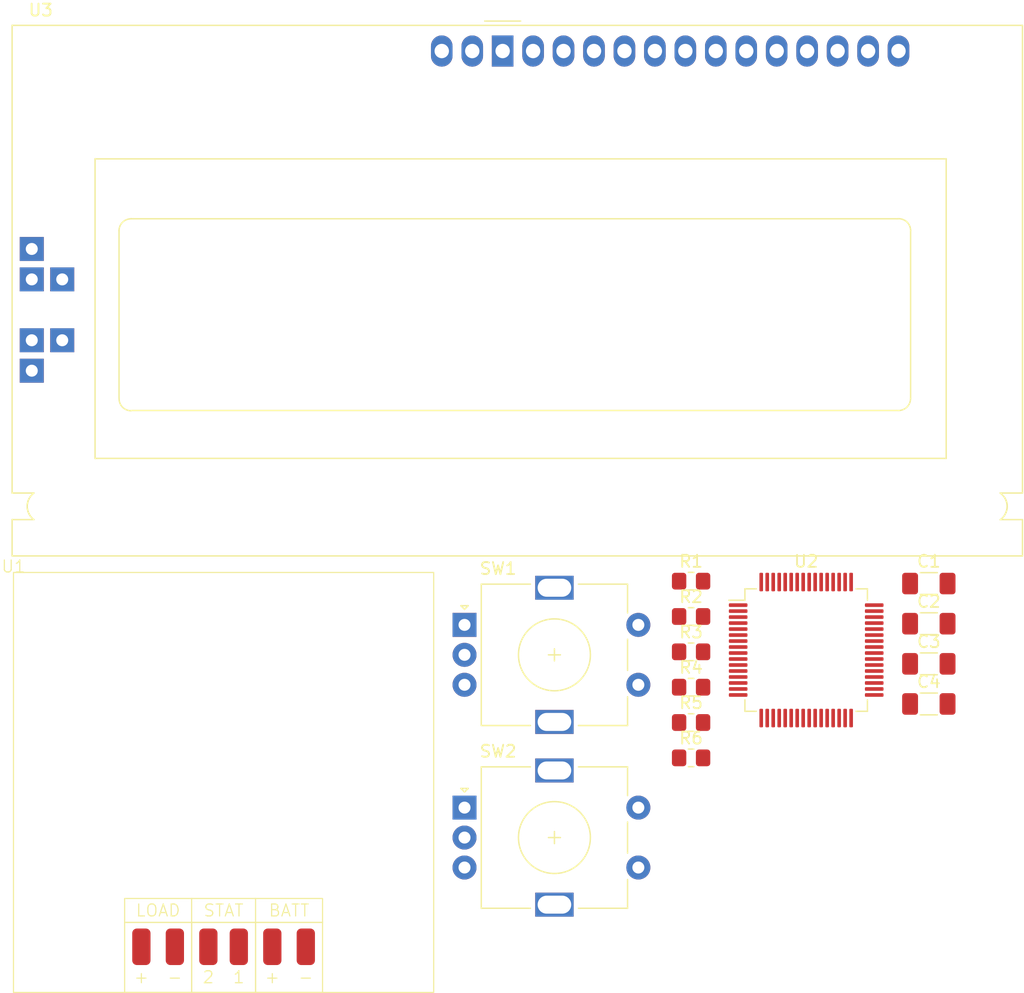
<source format=kicad_pcb>
(kicad_pcb (version 20221018) (generator pcbnew)
  (layers (0 "F.Cu" signal) (31 "B.Cu" signal) (34 "B.Paste" user) (35 "F.Paste" user) (36 "B.SilkS" user "B.Silkscreen") (37 "F.SilkS" user "F.Silkscreen") (38 "B.Mask" user) (39 "F.Mask" user) (44 "Edge.Cuts" user))
  (net 0 "")
  (net 1 "GND")
  (net 2 "Net-(U1-Load+)")
  (net 3 "+3.3V")
  (net 4 "Net-(U2-PA13)")
  (net 5 "Net-(U2-PA14)")
  (net 6 "Net-(U2-PA0)")
  (net 7 "Net-(U2-PA1)")
  (net 8 "Net-(U2-PA6)")
  (net 9 "Net-(U2-PA7)")
  (net 36 "Net-(U2-PB1)")
  (net 37 "Net-(U2-PB2)")
  (net 58 "Net-(U2-PB3)")
  (net 59 "Net-(U2-PB4)")
  (net 60 "Net-(U2-PB5)")
  (net 61 "Net-(U2-PB6)")
  (footprint "Resistor_SMD:R_0805_2012Metric_Pad1.20x1.40mm_HandSolder" (layer "F.Cu") (at 164.0275 94.3)
    (fp_text reference "R2" (at 0 -1.65) (layer "F.SilkS"))
    (fp_text value "10kR")
    (fp_line (start -0.227064 -0.735) (end 0.227064 -0.735) (stroke (width 0.12)) (layer "F.SilkS"))
    (fp_line (start -0.227064 0.735) (end 0.227064 0.735) (stroke (width 0.12)) (layer "F.SilkS"))
    (pad "1" smd roundrect (at -1 0) (size 1.2 1.4) (layers "F.Cu" "F.Paste" "F.Mask") (roundrect_rratio 0.208333) (net 3 "+3.3V"))
    (pad "2" smd roundrect (at 1 0) (size 1.2 1.4) (layers "F.Cu" "F.Paste" "F.Mask") (roundrect_rratio 0.208333) (net 5 "Net-(U2-PA14)"))
  )
  (footprint "Capacitor_SMD:C_1206_3216Metric_Pad1.33x1.80mm_HandSolder" (layer "F.Cu") (at 183.8575 94.9)
    (fp_text reference "C2" (at 0 -1.85) (layer "F.SilkS"))
    (fp_text value "0.1uC")
    (fp_line (start -0.711252 -0.91) (end 0.711252 -0.91) (stroke (width 0.12)) (layer "F.SilkS"))
    (fp_line (start -0.711252 0.91) (end 0.711252 0.91) (stroke (width 0.12)) (layer "F.SilkS"))
    (pad "1" smd roundrect (at -1.5625 0) (size 1.325 1.8) (layers "F.Cu" "F.Paste" "F.Mask") (roundrect_rratio 0.188679) (net 1 "GND"))
    (pad "2" smd roundrect (at 1.5625 0) (size 1.325 1.8) (layers "F.Cu" "F.Paste" "F.Mask") (roundrect_rratio 0.188679) (net 2 "Net-(U1-Load+)"))
  )
  (footprint "Capacitor_SMD:C_1206_3216Metric_Pad1.33x1.80mm_HandSolder" (layer "F.Cu") (at 183.8575 91.55)
    (fp_text reference "C1" (at 0 -1.85) (layer "F.SilkS"))
    (fp_text value "0.1uC")
    (fp_line (start -0.711252 -0.91) (end 0.711252 -0.91) (stroke (width 0.12)) (layer "F.SilkS"))
    (fp_line (start -0.711252 0.91) (end 0.711252 0.91) (stroke (width 0.12)) (layer "F.SilkS"))
    (pad "1" smd roundrect (at -1.5625 0) (size 1.325 1.8) (layers "F.Cu" "F.Paste" "F.Mask") (roundrect_rratio 0.188679) (net 1 "GND"))
    (pad "2" smd roundrect (at 1.5625 0) (size 1.325 1.8) (layers "F.Cu" "F.Paste" "F.Mask") (roundrect_rratio 0.188679) (net 2 "Net-(U1-Load+)"))
  )
  (footprint "Resistor_SMD:R_0805_2012Metric_Pad1.20x1.40mm_HandSolder" (layer "F.Cu") (at 164.0275 100.2)
    (fp_text reference "R4" (at 0 -1.65) (layer "F.SilkS"))
    (fp_text value "10kR")
    (fp_line (start -0.227064 -0.735) (end 0.227064 -0.735) (stroke (width 0.12)) (layer "F.SilkS"))
    (fp_line (start -0.227064 0.735) (end 0.227064 0.735) (stroke (width 0.12)) (layer "F.SilkS"))
    (pad "1" smd roundrect (at -1 0) (size 1.2 1.4) (layers "F.Cu" "F.Paste" "F.Mask") (roundrect_rratio 0.208333) (net 7 "Net-(U2-PA1)"))
    (pad "2" smd roundrect (at 1 0) (size 1.2 1.4) (layers "F.Cu" "F.Paste" "F.Mask") (roundrect_rratio 0.208333) (net 3 "+3.3V"))
  )
  (footprint "Rotary_Encoder:RotaryEncoder_Alps_EC11E-Switch_Vertical_H20mm" (layer "F.Cu") (at 145.1275 110.25)
    (fp_text reference "SW2" (at 2.8 -4.7) (layer "F.SilkS"))
    (fp_text value "RotaryEncoder_Switch")
    (fp_line (start -0.3 -1.6) (end 0.3 -1.6) (stroke (width 0.12)) (layer "F.SilkS"))
    (fp_line (start 0 -1.3) (end -0.3 -1.6) (stroke (width 0.12)) (layer "F.SilkS"))
    (fp_line (start 0.3 -1.6) (end 0 -1.3) (stroke (width 0.12)) (layer "F.SilkS"))
    (fp_line (start 1.4 -3.4) (end 1.4 8.4) (stroke (width 0.12)) (layer "F.SilkS"))
    (fp_line (start 5.5 -3.4) (end 1.4 -3.4) (stroke (width 0.12)) (layer "F.SilkS"))
    (fp_line (start 5.5 8.4) (end 1.4 8.4) (stroke (width 0.12)) (layer "F.SilkS"))
    (fp_line (start 7 2.5) (end 8 2.5) (stroke (width 0.12)) (layer "F.SilkS"))
    (fp_line (start 7.5 2) (end 7.5 3) (stroke (width 0.12)) (layer "F.SilkS"))
    (fp_line (start 9.5 -3.4) (end 13.6 -3.4) (stroke (width 0.12)) (layer "F.SilkS"))
    (fp_line (start 13.6 -3.4) (end 13.6 -1) (stroke (width 0.12)) (layer "F.SilkS"))
    (fp_line (start 13.6 1.2) (end 13.6 3.8) (stroke (width 0.12)) (layer "F.SilkS"))
    (fp_line (start 13.6 6) (end 13.6 8.4) (stroke (width 0.12)) (layer "F.SilkS"))
    (fp_line (start 13.6 8.4) (end 9.5 8.4) (stroke (width 0.12)) (layer "F.SilkS"))
    (fp_circle (center 7.5 2.5) (end 10.5 2.5) (stroke (width 0.12)) (fill none) (layer "F.SilkS"))
    (pad "A" thru_hole rect (at 0 0) (size 2 2) (drill 1) (layers "*.Cu" "*.Mask") (net 9 "Net-(U2-PA7)"))
    (pad "B" thru_hole circle (at 0 5) (size 2 2) (drill 1) (layers "*.Cu" "*.Mask") (net 8 "Net-(U2-PA6)"))
    (pad "C" thru_hole circle (at 0 2.5) (size 2 2) (drill 1) (layers "*.Cu" "*.Mask") (net 1 "GND"))
    (pad "MP" thru_hole rect (at 7.5 -3.1) (size 3.2 2) (drill oval 2.8 1.5) (layers "*.Cu" "*.Mask"))
    (pad "MP" thru_hole rect (at 7.5 8.1) (size 3.2 2) (drill oval 2.8 1.5) (layers "*.Cu" "*.Mask"))
    (pad "S1" thru_hole circle (at 14.5 5) (size 2 2) (drill 1) (layers "*.Cu" "*.Mask") (net 5 "Net-(U2-PA14)"))
    (pad "S2" thru_hole circle (at 14.5 0) (size 2 2) (drill 1) (layers "*.Cu" "*.Mask") (net 1 "GND"))
  )
  (footprint "Resistor_SMD:R_0805_2012Metric_Pad1.20x1.40mm_HandSolder" (layer "F.Cu") (at 164.0275 106.1)
    (fp_text reference "R6" (at 0 -1.65) (layer "F.SilkS"))
    (fp_text value "10kR")
    (fp_line (start -0.227064 -0.735) (end 0.227064 -0.735) (stroke (width 0.12)) (layer "F.SilkS"))
    (fp_line (start -0.227064 0.735) (end 0.227064 0.735) (stroke (width 0.12)) (layer "F.SilkS"))
    (pad "1" smd roundrect (at -1 0) (size 1.2 1.4) (layers "F.Cu" "F.Paste" "F.Mask") (roundrect_rratio 0.208333) (net 9 "Net-(U2-PA7)"))
    (pad "2" smd roundrect (at 1 0) (size 1.2 1.4) (layers "F.Cu" "F.Paste" "F.Mask") (roundrect_rratio 0.208333) (net 3 "+3.3V"))
  )
  (footprint "Capacitor_SMD:C_1206_3216Metric_Pad1.33x1.80mm_HandSolder" (layer "F.Cu") (at 183.8575 101.6)
    (fp_text reference "C4" (at 0 -1.85) (layer "F.SilkS"))
    (fp_text value "0.1uC")
    (fp_line (start -0.711252 -0.91) (end 0.711252 -0.91) (stroke (width 0.12)) (layer "F.SilkS"))
    (fp_line (start -0.711252 0.91) (end 0.711252 0.91) (stroke (width 0.12)) (layer "F.SilkS"))
    (pad "1" smd roundrect (at -1.5625 0) (size 1.325 1.8) (layers "F.Cu" "F.Paste" "F.Mask") (roundrect_rratio 0.188679) (net 1 "GND"))
    (pad "2" smd roundrect (at 1.5625 0) (size 1.325 1.8) (layers "F.Cu" "F.Paste" "F.Mask") (roundrect_rratio 0.188679) (net 2 "Net-(U1-Load+)"))
  )
  (footprint "Resistor_SMD:R_0805_2012Metric_Pad1.20x1.40mm_HandSolder" (layer "F.Cu") (at 164.0275 97.25)
    (fp_text reference "R3" (at 0 -1.65) (layer "F.SilkS"))
    (fp_text value "10kR")
    (fp_line (start -0.227064 -0.735) (end 0.227064 -0.735) (stroke (width 0.12)) (layer "F.SilkS"))
    (fp_line (start -0.227064 0.735) (end 0.227064 0.735) (stroke (width 0.12)) (layer "F.SilkS"))
    (pad "1" smd roundrect (at -1 0) (size 1.2 1.4) (layers "F.Cu" "F.Paste" "F.Mask") (roundrect_rratio 0.208333) (net 6 "Net-(U2-PA0)"))
    (pad "2" smd roundrect (at 1 0) (size 1.2 1.4) (layers "F.Cu" "F.Paste" "F.Mask") (roundrect_rratio 0.208333) (net 3 "+3.3V"))
  )
  (footprint "Rotary_Encoder:RotaryEncoder_Alps_EC11E-Switch_Vertical_H20mm" (layer "F.Cu") (at 145.1275 95)
    (fp_text reference "SW1" (at 2.8 -4.7) (layer "F.SilkS"))
    (fp_text value "RotaryEncoder_Switch")
    (fp_line (start -0.3 -1.6) (end 0.3 -1.6) (stroke (width 0.12)) (layer "F.SilkS"))
    (fp_line (start 0 -1.3) (end -0.3 -1.6) (stroke (width 0.12)) (layer "F.SilkS"))
    (fp_line (start 0.3 -1.6) (end 0 -1.3) (stroke (width 0.12)) (layer "F.SilkS"))
    (fp_line (start 1.4 -3.4) (end 1.4 8.4) (stroke (width 0.12)) (layer "F.SilkS"))
    (fp_line (start 5.5 -3.4) (end 1.4 -3.4) (stroke (width 0.12)) (layer "F.SilkS"))
    (fp_line (start 5.5 8.4) (end 1.4 8.4) (stroke (width 0.12)) (layer "F.SilkS"))
    (fp_line (start 7 2.5) (end 8 2.5) (stroke (width 0.12)) (layer "F.SilkS"))
    (fp_line (start 7.5 2) (end 7.5 3) (stroke (width 0.12)) (layer "F.SilkS"))
    (fp_line (start 9.5 -3.4) (end 13.6 -3.4) (stroke (width 0.12)) (layer "F.SilkS"))
    (fp_line (start 13.6 -3.4) (end 13.6 -1) (stroke (width 0.12)) (layer "F.SilkS"))
    (fp_line (start 13.6 1.2) (end 13.6 3.8) (stroke (width 0.12)) (layer "F.SilkS"))
    (fp_line (start 13.6 6) (end 13.6 8.4) (stroke (width 0.12)) (layer "F.SilkS"))
    (fp_line (start 13.6 8.4) (end 9.5 8.4) (stroke (width 0.12)) (layer "F.SilkS"))
    (fp_circle (center 7.5 2.5) (end 10.5 2.5) (stroke (width 0.12)) (fill none) (layer "F.SilkS"))
    (pad "A" thru_hole rect (at 0 0) (size 2 2) (drill 1) (layers "*.Cu" "*.Mask") (net 7 "Net-(U2-PA1)"))
    (pad "B" thru_hole circle (at 0 5) (size 2 2) (drill 1) (layers "*.Cu" "*.Mask") (net 6 "Net-(U2-PA0)"))
    (pad "C" thru_hole circle (at 0 2.5) (size 2 2) (drill 1) (layers "*.Cu" "*.Mask") (net 1 "GND"))
    (pad "MP" thru_hole rect (at 7.5 -3.1) (size 3.2 2) (drill oval 2.8 1.5) (layers "*.Cu" "*.Mask"))
    (pad "MP" thru_hole rect (at 7.5 8.1) (size 3.2 2) (drill oval 2.8 1.5) (layers "*.Cu" "*.Mask"))
    (pad "S1" thru_hole circle (at 14.5 5) (size 2 2) (drill 1) (layers "*.Cu" "*.Mask") (net 4 "Net-(U2-PA13)"))
    (pad "S2" thru_hole circle (at 14.5 0) (size 2 2) (drill 1) (layers "*.Cu" "*.Mask") (net 1 "GND"))
  )
  (footprint "Package_QFP:LQFP-64_10x10mm_P0.5mm" (layer "F.Cu") (at 173.6275 97.1)
    (fp_text reference "U2" (at 0 -7.4) (layer "F.SilkS"))
    (fp_text value "STM32F446RETx")
    (fp_line (start -5.11 -5.11) (end -5.11 -4.16) (stroke (width 0.12)) (layer "F.SilkS"))
    (fp_line (start -5.11 -4.16) (end -6.45 -4.16) (stroke (width 0.12)) (layer "F.SilkS"))
    (fp_line (start -5.11 5.11) (end -5.11 4.16) (stroke (width 0.12)) (layer "F.SilkS"))
    (fp_line (start -4.16 -5.11) (end -5.11 -5.11) (stroke (width 0.12)) (layer "F.SilkS"))
    (fp_line (start -4.16 5.11) (end -5.11 5.11) (stroke (width 0.12)) (layer "F.SilkS"))
    (fp_line (start 4.16 -5.11) (end 5.11 -5.11) (stroke (width 0.12)) (layer "F.SilkS"))
    (fp_line (start 4.16 5.11) (end 5.11 5.11) (stroke (width 0.12)) (layer "F.SilkS"))
    (fp_line (start 5.11 -5.11) (end 5.11 -4.16) (stroke (width 0.12)) (layer "F.SilkS"))
    (fp_line (start 5.11 5.11) (end 5.11 4.16) (stroke (width 0.12)) (layer "F.SilkS"))
    (pad "1" smd roundrect (at -5.675 -3.75) (size 1.55 0.3) (layers "F.Cu" "F.Paste" "F.Mask"))
    (pad "2" smd roundrect (at -5.675 -3.25) (size 1.55 0.3) (layers "F.Cu" "F.Paste" "F.Mask"))
    (pad "3" smd roundrect (at -5.675 -2.75) (size 1.55 0.3) (layers "F.Cu" "F.Paste" "F.Mask"))
    (pad "4" smd roundrect (at -5.675 -2.25) (size 1.55 0.3) (layers "F.Cu" "F.Paste" "F.Mask"))
    (pad "5" smd roundrect (at -5.675 -1.75) (size 1.55 0.3) (layers "F.Cu" "F.Paste" "F.Mask"))
    (pad "6" smd roundrect (at -5.675 -1.25) (size 1.55 0.3) (layers "F.Cu" "F.Paste" "F.Mask"))
    (pad "7" smd roundrect (at -5.675 -0.75) (size 1.55 0.3) (layers "F.Cu" "F.Paste" "F.Mask"))
    (pad "8" smd roundrect (at -5.675 -0.25) (size 1.55 0.3) (layers "F.Cu" "F.Paste" "F.Mask"))
    (pad "9" smd roundrect (at -5.675 0.25) (size 1.55 0.3) (layers "F.Cu" "F.Paste" "F.Mask"))
    (pad "10" smd roundrect (at -5.675 0.75) (size 1.55 0.3) (layers "F.Cu" "F.Paste" "F.Mask"))
    (pad "11" smd roundrect (at -5.675 1.25) (size 1.55 0.3) (layers "F.Cu" "F.Paste" "F.Mask"))
    (pad "12" smd roundrect (at -5.675 1.75) (size 1.55 0.3) (layers "F.Cu" "F.Paste" "F.Mask"))
    (pad "13" smd roundrect (at -5.675 2.25) (size 1.55 0.3) (layers "F.Cu" "F.Paste" "F.Mask"))
    (pad "14" smd roundrect (at -5.675 2.75) (size 1.55 0.3) (layers "F.Cu" "F.Paste" "F.Mask") (net 6 "Net-(U2-PA0)"))
    (pad "15" smd roundrect (at -5.675 3.25) (size 1.55 0.3) (layers "F.Cu" "F.Paste" "F.Mask") (net 7 "Net-(U2-PA1)"))
    (pad "16" smd roundrect (at -5.675 3.75) (size 1.55 0.3) (layers "F.Cu" "F.Paste" "F.Mask"))
    (pad "17" smd roundrect (at -3.75 5.675) (size 0.3 1.55) (layers "F.Cu" "F.Paste" "F.Mask"))
    (pad "18" smd roundrect (at -3.25 5.675) (size 0.3 1.55) (layers "F.Cu" "F.Paste" "F.Mask") (net 1 "GND"))
    (pad "19" smd roundrect (at -2.75 5.675) (size 0.3 1.55) (layers "F.Cu" "F.Paste" "F.Mask") (net 2 "Net-(U1-Load+)"))
    (pad "20" smd roundrect (at -2.25 5.675) (size 0.3 1.55) (layers "F.Cu" "F.Paste" "F.Mask"))
    (pad "21" smd roundrect (at -1.75 5.675) (size 0.3 1.55) (layers "F.Cu" "F.Paste" "F.Mask"))
    (pad "22" smd roundrect (at -1.25 5.675) (size 0.3 1.55) (layers "F.Cu" "F.Paste" "F.Mask") (net 8 "Net-(U2-PA6)"))
    (pad "23" smd roundrect (at -0.75 5.675) (size 0.3 1.55) (layers "F.Cu" "F.Paste" "F.Mask") (net 9 "Net-(U2-PA7)"))
    (pad "24" smd roundrect (at -0.25 5.675) (size 0.3 1.55) (layers "F.Cu" "F.Paste" "F.Mask"))
    (pad "25" smd roundrect (at 0.25 5.675) (size 0.3 1.55) (layers "F.Cu" "F.Paste" "F.Mask"))
    (pad "26" smd roundrect (at 0.75 5.675) (size 0.3 1.55) (layers "F.Cu" "F.Paste" "F.Mask"))
    (pad "27" smd roundrect (at 1.25 5.675) (size 0.3 1.55) (layers "F.Cu" "F.Paste" "F.Mask") (net 36 "Net-(U2-PB1)"))
    (pad "28" smd roundrect (at 1.75 5.675) (size 0.3 1.55) (layers "F.Cu" "F.Paste" "F.Mask") (net 37 "Net-(U2-PB2)"))
    (pad "29" smd roundrect (at 2.25 5.675) (size 0.3 1.55) (layers "F.Cu" "F.Paste" "F.Mask"))
    (pad "30" smd roundrect (at 2.75 5.675) (size 0.3 1.55) (layers "F.Cu" "F.Paste" "F.Mask"))
    (pad "31" smd roundrect (at 3.25 5.675) (size 0.3 1.55) (layers "F.Cu" "F.Paste" "F.Mask") (net 1 "GND"))
    (pad "32" smd roundrect (at 3.75 5.675) (size 0.3 1.55) (layers "F.Cu" "F.Paste" "F.Mask") (net 2 "Net-(U1-Load+)"))
    (pad "33" smd roundrect (at 5.675 3.75) (size 1.55 0.3) (layers "F.Cu" "F.Paste" "F.Mask"))
    (pad "34" smd roundrect (at 5.675 3.25) (size 1.55 0.3) (layers "F.Cu" "F.Paste" "F.Mask"))
    (pad "35" smd roundrect (at 5.675 2.75) (size 1.55 0.3) (layers "F.Cu" "F.Paste" "F.Mask"))
    (pad "36" smd roundrect (at 5.675 2.25) (size 1.55 0.3) (layers "F.Cu" "F.Paste" "F.Mask"))
    (pad "37" smd roundrect (at 5.675 1.75) (size 1.55 0.3) (layers "F.Cu" "F.Paste" "F.Mask"))
    (pad "38" smd roundrect (at 5.675 1.25) (size 1.55 0.3) (layers "F.Cu" "F.Paste" "F.Mask"))
    (pad "39" smd roundrect (at 5.675 0.75) (size 1.55 0.3) (layers "F.Cu" "F.Paste" "F.Mask"))
    (pad "40" smd roundrect (at 5.675 0.25) (size 1.55 0.3) (layers "F.Cu" "F.Paste" "F.Mask"))
    (pad "41" smd roundrect (at 5.675 -0.25) (size 1.55 0.3) (layers "F.Cu" "F.Paste" "F.Mask"))
    (pad "42" smd roundrect (at 5.675 -0.75) (size 1.55 0.3) (layers "F.Cu" "F.Paste" "F.Mask"))
    (pad "43" smd roundrect (at 5.675 -1.25) (size 1.55 0.3) (layers "F.Cu" "F.Paste" "F.Mask"))
    (pad "44" smd roundrect (at 5.675 -1.75) (size 1.55 0.3) (layers "F.Cu" "F.Paste" "F.Mask"))
    (pad "45" smd roundrect (at 5.675 -2.25) (size 1.55 0.3) (layers "F.Cu" "F.Paste" "F.Mask"))
    (pad "46" smd roundrect (at 5.675 -2.75) (size 1.55 0.3) (layers "F.Cu" "F.Paste" "F.Mask") (net 4 "Net-(U2-PA13)"))
    (pad "47" smd roundrect (at 5.675 -3.25) (size 1.55 0.3) (layers "F.Cu" "F.Paste" "F.Mask") (net 1 "GND"))
    (pad "48" smd roundrect (at 5.675 -3.75) (size 1.55 0.3) (layers "F.Cu" "F.Paste" "F.Mask") (net 2 "Net-(U1-Load+)"))
    (pad "49" smd roundrect (at 3.75 -5.675) (size 0.3 1.55) (layers "F.Cu" "F.Paste" "F.Mask") (net 5 "Net-(U2-PA14)"))
    (pad "50" smd roundrect (at 3.25 -5.675) (size 0.3 1.55) (layers "F.Cu" "F.Paste" "F.Mask"))
    (pad "51" smd roundrect (at 2.75 -5.675) (size 0.3 1.55) (layers "F.Cu" "F.Paste" "F.Mask"))
    (pad "52" smd roundrect (at 2.25 -5.675) (size 0.3 1.55) (layers "F.Cu" "F.Paste" "F.Mask"))
    (pad "53" smd roundrect (at 1.75 -5.675) (size 0.3 1.55) (layers "F.Cu" "F.Paste" "F.Mask"))
    (pad "54" smd roundrect (at 1.25 -5.675) (size 0.3 1.55) (layers "F.Cu" "F.Paste" "F.Mask"))
    (pad "55" smd roundrect (at 0.75 -5.675) (size 0.3 1.55) (layers "F.Cu" "F.Paste" "F.Mask") (net 58 "Net-(U2-PB3)"))
    (pad "56" smd roundrect (at 0.25 -5.675) (size 0.3 1.55) (layers "F.Cu" "F.Paste" "F.Mask") (net 59 "Net-(U2-PB4)"))
    (pad "57" smd roundrect (at -0.25 -5.675) (size 0.3 1.55) (layers "F.Cu" "F.Paste" "F.Mask") (net 60 "Net-(U2-PB5)"))
    (pad "58" smd roundrect (at -0.75 -5.675) (size 0.3 1.55) (layers "F.Cu" "F.Paste" "F.Mask") (net 61 "Net-(U2-PB6)"))
    (pad "59" smd roundrect (at -1.25 -5.675) (size 0.3 1.55) (layers "F.Cu" "F.Paste" "F.Mask"))
    (pad "60" smd roundrect (at -1.75 -5.675) (size 0.3 1.55) (layers "F.Cu" "F.Paste" "F.Mask"))
    (pad "61" smd roundrect (at -2.25 -5.675) (size 0.3 1.55) (layers "F.Cu" "F.Paste" "F.Mask"))
    (pad "62" smd roundrect (at -2.75 -5.675) (size 0.3 1.55) (layers "F.Cu" "F.Paste" "F.Mask"))
    (pad "63" smd roundrect (at -3.25 -5.675) (size 0.3 1.55) (layers "F.Cu" "F.Paste" "F.Mask") (net 1 "GND"))
    (pad "64" smd roundrect (at -3.75 -5.675) (size 0.3 1.55) (layers "F.Cu" "F.Paste" "F.Mask") (net 2 "Net-(U1-Load+)"))
  )
  (footprint "Capacitor_SMD:C_1206_3216Metric_Pad1.33x1.80mm_HandSolder" (layer "F.Cu") (at 183.8575 98.25)
    (fp_text reference "C3" (at 0 -1.85) (layer "F.SilkS"))
    (fp_text value "0.1uC")
    (fp_line (start -0.711252 -0.91) (end 0.711252 -0.91) (stroke (width 0.12)) (layer "F.SilkS"))
    (fp_line (start -0.711252 0.91) (end 0.711252 0.91) (stroke (width 0.12)) (layer "F.SilkS"))
    (pad "1" smd roundrect (at -1.5625 0) (size 1.325 1.8) (layers "F.Cu" "F.Paste" "F.Mask") (roundrect_rratio 0.188679) (net 1 "GND"))
    (pad "2" smd roundrect (at 1.5625 0) (size 1.325 1.8) (layers "F.Cu" "F.Paste" "F.Mask") (roundrect_rratio 0.188679) (net 2 "Net-(U1-Load+)"))
  )
  (footprint "Resistor_SMD:R_0805_2012Metric_Pad1.20x1.40mm_HandSolder" (layer "F.Cu") (at 164.0275 91.35)
    (fp_text reference "R1" (at 0 -1.65) (layer "F.SilkS"))
    (fp_text value "10kR")
    (fp_line (start -0.227064 -0.735) (end 0.227064 -0.735) (stroke (width 0.12)) (layer "F.SilkS"))
    (fp_line (start -0.227064 0.735) (end 0.227064 0.735) (stroke (width 0.12)) (layer "F.SilkS"))
    (pad "1" smd roundrect (at -1 0) (size 1.2 1.4) (layers "F.Cu" "F.Paste" "F.Mask") (roundrect_rratio 0.208333) (net 3 "+3.3V"))
    (pad "2" smd roundrect (at 1 0) (size 1.2 1.4) (layers "F.Cu" "F.Paste" "F.Mask") (roundrect_rratio 0.208333) (net 4 "Net-(U2-PA13)"))
  )
  (footprint "Resistor_SMD:R_0805_2012Metric_Pad1.20x1.40mm_HandSolder" (layer "F.Cu") (at 164.0275 103.15)
    (fp_text reference "R5" (at 0 -1.65) (layer "F.SilkS"))
    (fp_text value "10kR")
    (fp_line (start -0.227064 -0.735) (end 0.227064 -0.735) (stroke (width 0.12)) (layer "F.SilkS"))
    (fp_line (start -0.227064 0.735) (end 0.227064 0.735) (stroke (width 0.12)) (layer "F.SilkS"))
    (pad "1" smd roundrect (at -1 0) (size 1.2 1.4) (layers "F.Cu" "F.Paste" "F.Mask") (roundrect_rratio 0.208333) (net 8 "Net-(U2-PA6)"))
    (pad "2" smd roundrect (at 1 0) (size 1.2 1.4) (layers "F.Cu" "F.Paste" "F.Mask") (roundrect_rratio 0.208333) (net 3 "+3.3V"))
  )
  (footprint "SeniorDesignFPLibrary:PCB_BatteryManagement" (layer "F.Cu") (at 107.5025 90.625)
    (fp_text reference "U1" (at 0 -0.5 unlocked) (layer "F.SilkS") (effects (font (thickness 0.1))))
    (fp_text value "~")
    (fp_text user "BATT" (at 22.987 28.21 unlocked) (layer "F.SilkS") (effects (font (thickness 0.1))))
    (fp_text user "+" (at 10.668 33.782 unlocked) (layer "F.SilkS") (effects (font (thickness 0.1))))
    (fp_text user "-" (at 13.462 33.782 unlocked) (layer "F.SilkS") (effects (font (thickness 0.1))))
    (fp_text user "2" (at 16.256 33.782 unlocked) (layer "F.SilkS") (effects (font (thickness 0.1))))
    (fp_text user "1" (at 18.796 33.782 unlocked) (layer "F.SilkS") (effects (font (thickness 0.1))))
    (fp_text user "LOAD" (at 12.065 28.21 unlocked) (layer "F.SilkS") (effects (font (thickness 0.1))))
    (fp_text user "STAT" (at 17.526 28.21 unlocked) (layer "F.SilkS") (effects (font (thickness 0.1))))
    (fp_text user "-" (at 24.384 33.782 unlocked) (layer "F.SilkS") (effects (font (thickness 0.1))))
    (fp_text user "+" (at 21.59 33.782 unlocked) (layer "F.SilkS") (effects (font (thickness 0.1))))
    (fp_line (start 14.859 29.21) (end 14.859 27.21) (stroke (width 0.1)) (layer "F.SilkS"))
    (fp_line (start 20.193 29.21) (end 20.193 27.21) (stroke (width 0.1)) (layer "F.SilkS"))
    (fp_rect (start 0 0) (end 35.052 35.052) (stroke (width 0.1)) (fill none) (layer "F.SilkS"))
    (fp_rect (start 9.271 27.21) (end 25.781 29.21) (stroke (width 0.1)) (fill none) (layer "F.SilkS"))
    (fp_rect (start 9.271 29.21) (end 14.859 35.052) (stroke (width 0.1)) (fill none) (layer "F.SilkS"))
    (fp_rect (start 14.859 29.21) (end 20.193 35.052) (stroke (width 0.1)) (fill none) (layer "F.SilkS"))
    (fp_rect (start 20.193 29.21) (end 25.781 35.052) (stroke (width 0.1)) (fill none) (layer "F.SilkS"))
    (pad "1" smd roundrect (at 10.668 31.242 90) (size 3.048 1.524) (layers "F.Cu" "F.Paste" "F.Mask"))
    (pad "2" smd roundrect (at 13.462 31.242 90) (size 3.048 1.524) (layers "F.Cu" "F.Paste" "F.Mask"))
    (pad "3" smd roundrect (at 16.256 31.242 90) (size 3.048 1.524) (layers "F.Cu" "F.Paste" "F.Mask"))
    (pad "4" smd roundrect (at 18.796 31.242 90) (size 3.048 1.524) (layers "F.Cu" "F.Paste" "F.Mask"))
    (pad "5" smd roundrect (at 21.59 31.242 90) (size 3.048 1.524) (layers "F.Cu" "F.Paste" "F.Mask"))
    (pad "6" smd roundrect (at 24.384 31.242 90) (size 3.048 1.524) (layers "F.Cu" "F.Paste" "F.Mask"))
  )
  (footprint "Display:RC1602A" (layer "F.Cu") (at 148.3075 47.105)
    (fp_text reference "U3" (at -38.53 -3.41 180) (layer "F.SilkS"))
    (fp_text value "RC1602A")
    (fp_line (start -40.92 -2.14) (end 43.36 -2.14) (stroke (width 0.12)) (layer "F.SilkS"))
    (fp_line (start -40.92 36.89) (end -40.92 -2.14) (stroke (width 0.12)) (layer "F.SilkS"))
    (fp_line (start -40.92 36.89) (end -39.1 36.89) (stroke (width 0.12)) (layer "F.SilkS"))
    (fp_line (start -40.92 39.11) (end -39.1 39.11) (stroke (width 0.12)) (layer "F.SilkS"))
    (fp_line (start -40.92 42.14) (end -40.92 39.11) (stroke (width 0.12)) (layer "F.SilkS"))
    (fp_line (start -34 9) (end 37 9) (stroke (width 0.12)) (layer "F.SilkS"))
    (fp_line (start -34 34) (end -34 9) (stroke (width 0.12)) (layer "F.SilkS"))
    (fp_line (start -32 29) (end -32 15) (stroke (width 0.12)) (layer "F.SilkS"))
    (fp_line (start -31 14) (end 33 14) (stroke (width 0.12)) (layer "F.SilkS"))
    (fp_line (start -1.5 -2.5) (end 1.5 -2.5) (stroke (width 0.12)) (layer "F.SilkS"))
    (fp_line (start 33 30) (end -31 30) (stroke (width 0.12)) (layer "F.SilkS"))
    (fp_line (start 34.03 15) (end 34.03 29) (stroke (width 0.12)) (layer "F.SilkS"))
    (fp_line (start 37 9) (end 37 34) (stroke (width 0.12)) (layer "F.SilkS"))
    (fp_line (start 37 34) (end -34 34) (stroke (width 0.12)) (layer "F.SilkS"))
    (fp_line (start 41.5 39.11) (end 43.36 39.11) (stroke (width 0.12)) (layer "F.SilkS"))
    (fp_line (start 43.36 -2.14) (end 43.36 36.89) (stroke (width 0.12)) (layer "F.SilkS"))
    (fp_line (start 43.36 36.89) (end 41.5 36.89) (stroke (width 0.12)) (layer "F.SilkS"))
    (fp_line (start 43.36 39.11) (end 43.36 42.14) (stroke (width 0.12)) (layer "F.SilkS"))
    (fp_line (start 43.36 42.14) (end -40.92 42.14) (stroke (width 0.12)) (layer "F.SilkS"))
    (fp_arc (start -39.39 38.82) (mid -39.644716 37.794939) (end -39.1 36.89) (stroke (width 0.12)) (layer "F.SilkS"))
    (fp_arc (start -39.1 39.11) (mid -39.644716 38.205061) (end -39.39 37.18) (stroke (width 0.12)) (layer "F.SilkS"))
    (fp_arc (start -32.00286 15.00246) (mid -31.710488 14.296612) (end -31.00464 14.00424) (stroke (width 0.12)) (layer "F.SilkS"))
    (fp_arc (start -30.99464 30.0237) (mid -31.702284 29.730584) (end -31.9954 29.02294) (stroke (width 0.12)) (layer "F.SilkS"))
    (fp_arc (start 33.03574 13.99424) (mid 33.741576 14.286624) (end 34.03396 14.99246) (stroke (width 0.12)) (layer "F.SilkS"))
    (fp_arc (start 34.0265 29.00294) (mid 33.733372 29.710572) (end 33.02574 30.0037) (stroke (width 0.12)) (layer "F.SilkS"))
    (fp_arc (start 41.5 36.89) (mid 42.059361 37.759584) (end 41.84 38.77) (stroke (width 0.12)) (layer "F.SilkS"))
    (fp_arc (start 41.84 37.21) (mid 42.070574 38.233345) (end 41.51 39.12) (stroke (width 0.12)) (layer "F.SilkS"))
    (pad "" np_thru_hole circle (at -38.28 38 180) (size 2.5 2.5) (drill 2.5) (layers "*.Cu" "*.Mask"))
    (pad "" np_thru_hole circle (at -36.78 2 180) (size 2.5 2.5) (drill 2.5) (layers "*.Cu" "*.Mask"))
    (pad "" np_thru_hole circle (at 39.22 2 180) (size 2.5 2.5) (drill 2.5) (layers "*.Cu" "*.Mask"))
    (pad "" np_thru_hole circle (at 40.72 38 180) (size 2.5 2.5) (drill 2.5) (layers "*.Cu" "*.Mask"))
    (pad "1" thru_hole rect (at 0 0 180) (size 1.8 2.6) (drill 1.2) (layers "*.Cu" "*.Mask") (net 1 "GND"))
    (pad "2" thru_hole oval (at 2.54 0 180) (size 1.8 2.6) (drill 1.2) (layers "*.Cu" "*.Mask") (net 3 "+3.3V"))
    (pad "3" thru_hole oval (at 5.08 0 180) (size 1.8 2.6) (drill 1.2) (layers "*.Cu" "*.Mask") (net 1 "GND"))
    (pad "4" thru_hole oval (at 7.62 0 180) (size 1.8 2.6) (drill 1.2) (layers "*.Cu" "*.Mask") (net 36 "Net-(U2-PB1)"))
    (pad "5" thru_hole oval (at 10.16 0 180) (size 1.8 2.6) (drill 1.2) (layers "*.Cu" "*.Mask") (net 1 "GND"))
    (pad "6" thru_hole oval (at 12.7 0 180) (size 1.8 2.6) (drill 1.2) (layers "*.Cu" "*.Mask") (net 37 "Net-(U2-PB2)"))
    (pad "7" thru_hole oval (at 15.24 0 180) (size 1.8 2.6) (drill 1.2) (layers "*.Cu" "*.Mask") (net 1 "GND"))
    (pad "8" thru_hole oval (at 17.78 0 180) (size 1.8 2.6) (drill 1.2) (layers "*.Cu" "*.Mask") (net 1 "GND"))
    (pad "9" thru_hole oval (at 20.32 0 180) (size 1.8 2.6) (drill 1.2) (layers "*.Cu" "*.Mask") (net 1 "GND"))
    (pad "10" thru_hole oval (at 22.86 0 180) (size 1.8 2.6) (drill 1.2) (layers "*.Cu" "*.Mask") (net 1 "GND"))
    (pad "11" thru_hole oval (at 25.4 0 180) (size 1.8 2.6) (drill 1.2) (layers "*.Cu" "*.Mask") (net 58 "Net-(U2-PB3)"))
    (pad "12" thru_hole oval (at 27.94 0 180) (size 1.8 2.6) (drill 1.2) (layers "*.Cu" "*.Mask") (net 59 "Net-(U2-PB4)"))
    (pad "13" thru_hole oval (at 30.48508 0.00254 180) (size 1.8 2.6) (drill 1.2) (layers "*.Cu" "*.Mask") (net 60 "Net-(U2-PB5)"))
    (pad "14" thru_hole oval (at 33.02 0 180) (size 1.8 2.6) (drill 1.2) (layers "*.Cu" "*.Mask") (net 61 "Net-(U2-PB6)"))
    (pad "15" thru_hole oval (at -5.08 0 180) (size 1.8 2.6) (drill 1.2) (layers "*.Cu" "*.Mask") (net 3 "+3.3V"))
    (pad "16" thru_hole oval (at -2.53492 0.00254 180) (size 1.8 2.6) (drill 1.2) (layers "*.Cu" "*.Mask") (net 1 "GND"))
    (pad "A1" thru_hole rect (at -39.28 24.14 180) (size 2 2) (drill 1) (layers "*.Cu" "*.Mask"))
    (pad "A1" thru_hole rect (at -39.28 26.68 180) (size 2 2) (drill 1) (layers "*.Cu" "*.Mask"))
    (pad "A1" thru_hole rect (at -36.74 24.14 180) (size 2 2) (drill 1) (layers "*.Cu" "*.Mask"))
    (pad "K1" thru_hole rect (at -39.28 16.52 180) (size 2 2) (drill 1) (layers "*.Cu" "*.Mask"))
    (pad "K1" thru_hole rect (at -39.28 19.06 180) (size 2 2) (drill 1) (layers "*.Cu" "*.Mask"))
    (pad "K1" thru_hole rect (at -36.74 19.06 180) (size 2 2) (drill 1) (layers "*.Cu" "*.Mask"))
  )
)
</source>
